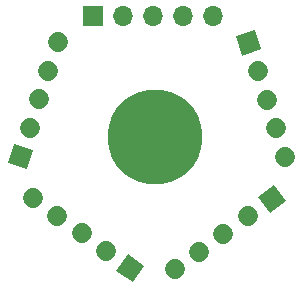
<source format=gbr>
G04 #@! TF.FileFunction,Copper,L1,Top,Signal*
%FSLAX46Y46*%
G04 Gerber Fmt 4.6, Leading zero omitted, Abs format (unit mm)*
G04 Created by KiCad (PCBNEW 4.0.7) date 02/20/18 08:49:11*
%MOMM*%
%LPD*%
G01*
G04 APERTURE LIST*
%ADD10C,0.100000*%
%ADD11C,8.000000*%
%ADD12C,1.700000*%
%ADD13R,1.700000X1.700000*%
%ADD14O,1.700000X1.700000*%
G04 APERTURE END LIST*
D10*
D11*
X159950000Y-92950000D03*
D10*
G36*
X168712718Y-98011953D02*
X170088047Y-97012718D01*
X171087282Y-98388047D01*
X169711953Y-99387282D01*
X168712718Y-98011953D01*
X168712718Y-98011953D01*
G37*
D12*
X167845097Y-99692975D02*
X167845097Y-99692975D01*
X165790194Y-101185949D02*
X165790194Y-101185949D01*
X163735291Y-102678924D02*
X163735291Y-102678924D01*
X161680387Y-104171898D02*
X161680387Y-104171898D01*
D10*
G36*
X157711953Y-102912718D02*
X159087282Y-103911953D01*
X158088047Y-105287282D01*
X156712718Y-104288047D01*
X157711953Y-102912718D01*
X157711953Y-102912718D01*
G37*
D12*
X155845097Y-102607025D02*
X155845097Y-102607025D01*
X153790194Y-101114051D02*
X153790194Y-101114051D01*
X151735291Y-99621076D02*
X151735291Y-99621076D01*
X149680387Y-98128102D02*
X149680387Y-98128102D01*
D13*
X154750000Y-82750000D03*
D14*
X157290000Y-82750000D03*
X159830000Y-82750000D03*
X162370000Y-82750000D03*
X164910000Y-82750000D03*
D10*
G36*
X167354266Y-86071062D02*
X166828938Y-84454266D01*
X168445734Y-83928938D01*
X168971062Y-85545734D01*
X167354266Y-86071062D01*
X167354266Y-86071062D01*
G37*
D12*
X168684903Y-87415684D02*
X168684903Y-87415684D01*
X169469806Y-89831367D02*
X169469806Y-89831367D01*
X170254709Y-92247051D02*
X170254709Y-92247051D01*
X171039613Y-94662734D02*
X171039613Y-94662734D01*
D10*
G36*
X149671062Y-94054266D02*
X149145734Y-95671062D01*
X147528938Y-95145734D01*
X148054266Y-93528938D01*
X149671062Y-94054266D01*
X149671062Y-94054266D01*
G37*
D12*
X149384903Y-92184316D02*
X149384903Y-92184316D01*
X150169806Y-89768633D02*
X150169806Y-89768633D01*
X150954709Y-87352949D02*
X150954709Y-87352949D01*
X151739613Y-84937266D02*
X151739613Y-84937266D01*
M02*

</source>
